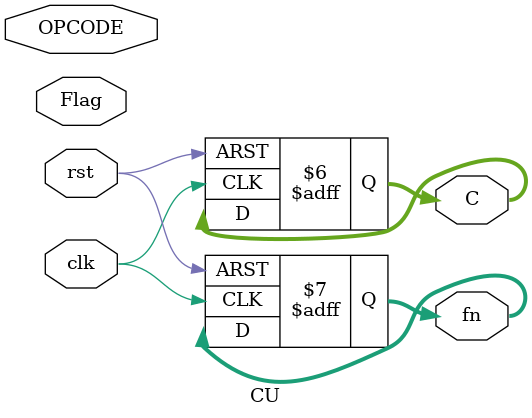
<source format=v>
module CU(
	input clk,
	input rst,
	input [7:0]Flag,//标志寄存器
	input [7:0]OPCODE,//操作码
	output reg [15:0]C = 15'b0,//寄存器控制信号
	output reg [7:0]fn = 8'b0//ALU控制信号
	);
	reg [9:0] state;
	always @(posedge clk or posedge rst) begin
		if (!rst) 
			begin
				case(state)
					10'b0:
						begin
							
						end
				endcase


			end
		else 
			begin
				C = 15'b0;
				fn = 8'b0;
			end
	end
endmodule






module top(
	input clk,rst,
	output [7:0]Flag
	);
	wire clk2 = ~clk;
	wire [7:0]OPCODE;
	wire [15:0]C;
	wire [7:0]fn;
	CU U0(
		.clk(clk),
		.rst(rst),
		.Flag(Flag),
		.OPCODE(OPCODE),
		.C(C),
		.fn(fn)
		);
endmodule
</source>
